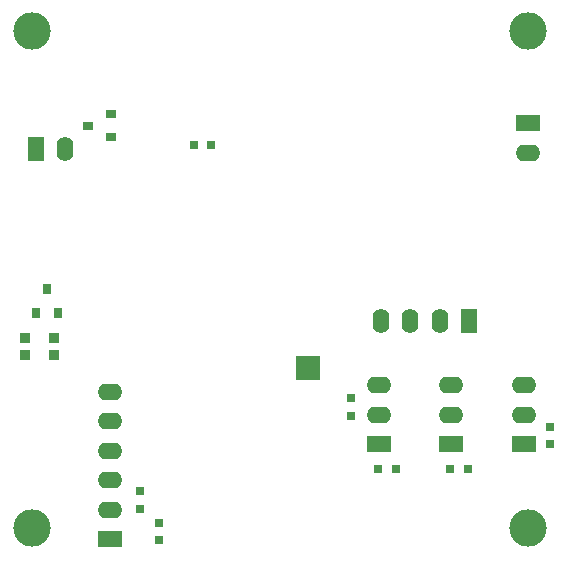
<source format=gbs>
G04 (created by PCBNEW (2013-jul-07)-stable) date Mon 11 May 2015 11:07:11 AM PDT*
%MOIN*%
G04 Gerber Fmt 3.4, Leading zero omitted, Abs format*
%FSLAX34Y34*%
G01*
G70*
G90*
G04 APERTURE LIST*
%ADD10C,0.006*%
%ADD11R,0.0551181X0.0826772*%
%ADD12O,0.0551181X0.0826772*%
%ADD13R,0.0354331X0.0314961*%
%ADD14R,0.0314961X0.0354331*%
%ADD15R,0.0826772X0.0551181*%
%ADD16O,0.0826772X0.0551181*%
%ADD17R,0.08X0.08*%
%ADD18R,0.0374016X0.0374016*%
%ADD19C,0.125*%
%ADD20R,0.0314961X0.0314961*%
G04 APERTURE END LIST*
G54D10*
G54D11*
X74527Y-50780D03*
G54D12*
X75512Y-50780D03*
G54D13*
X76250Y-49988D03*
X77037Y-50362D03*
X77037Y-49614D03*
G54D14*
X74891Y-55450D03*
X74517Y-56237D03*
X75265Y-56237D03*
G54D15*
X85960Y-60604D03*
G54D16*
X85960Y-58635D03*
X85960Y-59620D03*
G54D15*
X88380Y-60604D03*
G54D16*
X88380Y-58635D03*
X88380Y-59620D03*
G54D15*
X90800Y-60604D03*
G54D16*
X90800Y-58635D03*
X90800Y-59620D03*
G54D12*
X87992Y-56500D03*
X87007Y-56500D03*
G54D11*
X88976Y-56500D03*
G54D12*
X86023Y-56500D03*
G54D16*
X77000Y-62796D03*
X77000Y-61812D03*
G54D15*
X77000Y-63780D03*
G54D16*
X77000Y-60827D03*
X77000Y-59843D03*
X77000Y-58859D03*
G54D15*
X90944Y-49901D03*
G54D16*
X90944Y-50885D03*
G54D17*
X83600Y-58080D03*
G54D18*
X74156Y-57645D03*
X74156Y-57074D03*
X75116Y-57645D03*
X75116Y-57074D03*
G54D19*
X74409Y-46850D03*
X90944Y-46850D03*
X90944Y-63385D03*
X74409Y-63385D03*
G54D20*
X79784Y-50636D03*
X80375Y-50636D03*
X88344Y-61436D03*
X88935Y-61436D03*
X91676Y-60615D03*
X91676Y-60024D03*
X85036Y-59655D03*
X85036Y-59064D03*
X85944Y-61436D03*
X86535Y-61436D03*
X77996Y-62775D03*
X77996Y-62184D03*
X78636Y-63815D03*
X78636Y-63224D03*
M02*

</source>
